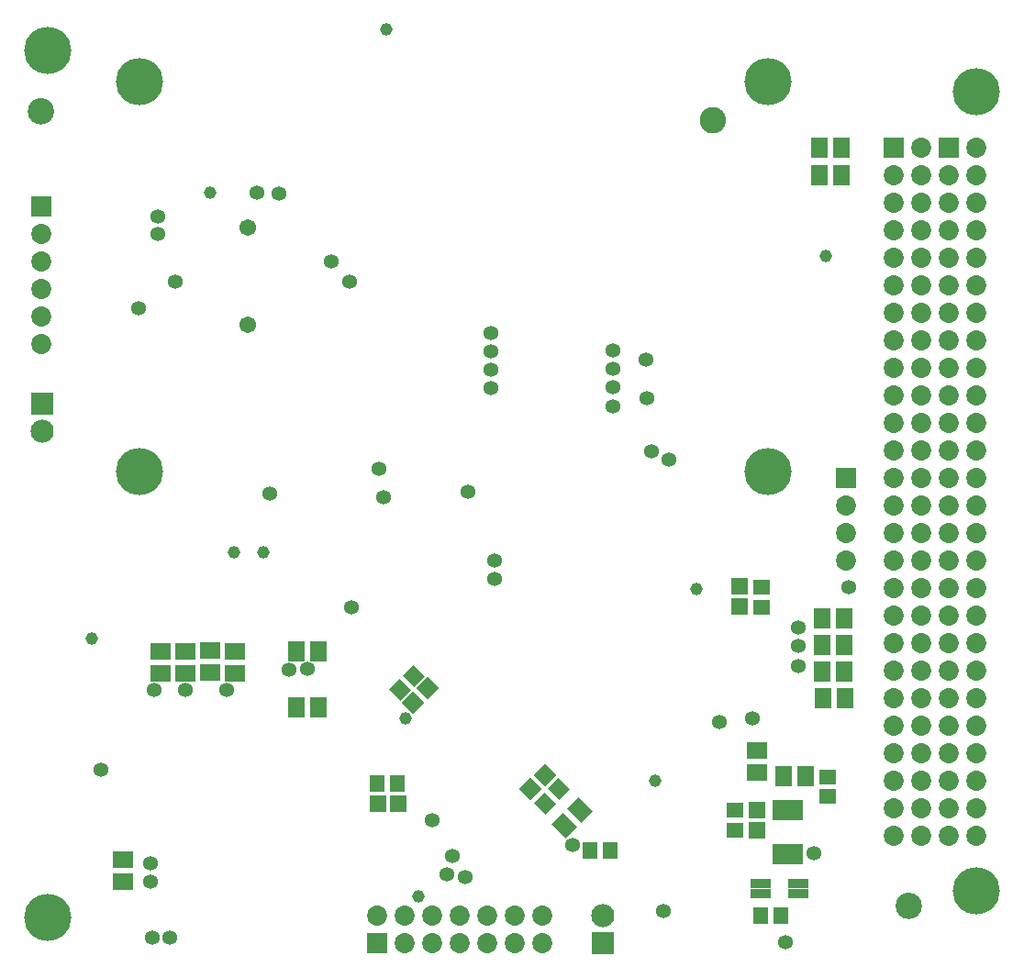
<source format=gbs>
G04*
G04 #@! TF.GenerationSoftware,Altium Limited,Altium Designer,18.1.7 (191)*
G04*
G04 Layer_Color=16711935*
%FSLAX44Y44*%
%MOMM*%
G71*
G01*
G75*
%ADD10C,0.2540*%
%ADD52R,1.8796X1.5556*%
%ADD53C,1.1684*%
%ADD55R,1.5556X1.8796*%
%ADD57R,1.5556X1.5556*%
%ADD58R,1.5556X1.4056*%
%ADD59R,1.4056X1.5556*%
%ADD75C,1.3556*%
%ADD76C,1.8556*%
%ADD77R,1.8556X1.8556*%
%ADD78C,2.1336*%
%ADD79R,2.1336X2.1336*%
%ADD80R,1.8556X1.8556*%
%ADD81C,1.5456*%
%ADD82C,4.3556*%
%ADD83C,1.1556*%
G04:AMPARAMS|DCode=107|XSize=1.5556mm|YSize=1.8796mm|CornerRadius=0mm|HoleSize=0mm|Usage=FLASHONLY|Rotation=225.000|XOffset=0mm|YOffset=0mm|HoleType=Round|Shape=Rectangle|*
%AMROTATEDRECTD107*
4,1,4,-0.1146,1.2145,1.2145,-0.1146,0.1146,-1.2145,-1.2145,0.1146,-0.1146,1.2145,0.0*
%
%ADD107ROTATEDRECTD107*%

G04:AMPARAMS|DCode=108|XSize=1.4056mm|YSize=1.5556mm|CornerRadius=0mm|HoleSize=0mm|Usage=FLASHONLY|Rotation=225.000|XOffset=0mm|YOffset=0mm|HoleType=Round|Shape=Rectangle|*
%AMROTATEDRECTD108*
4,1,4,-0.0530,1.0469,1.0469,-0.0530,0.0530,-1.0469,-1.0469,0.0530,-0.0530,1.0469,0.0*
%
%ADD108ROTATEDRECTD108*%

%ADD109P,2.2000X4X270.0*%
%ADD110R,1.5556X1.5556*%
%ADD111R,0.8056X1.8556*%
%ADD112R,1.8556X0.9256*%
G36*
X697124Y1620124D02*
X700172Y1612250D01*
X697124Y1604122D01*
X689250Y1601328D01*
X681884Y1604122D01*
X678328Y1612250D01*
X681376Y1620124D01*
X689250Y1623172D01*
X697124Y1620124D01*
D02*
G37*
G36*
X1497874Y871126D02*
X1490000Y868078D01*
X1481872Y871126D01*
X1479078Y879000D01*
X1481872Y886366D01*
X1490000Y889922D01*
X1497874Y886874D01*
X1500922Y879000D01*
X1497874Y871126D01*
D02*
G37*
G36*
X1317124Y1596126D02*
X1309250Y1593078D01*
X1301122Y1596126D01*
X1298328Y1604000D01*
X1301122Y1611366D01*
X1309250Y1614922D01*
X1317124Y1611874D01*
X1320172Y1604000D01*
X1317124Y1596126D01*
D02*
G37*
D10*
X1500925Y879000D02*
G03*
X1500925Y879000I-10925J0D01*
G01*
X700175Y1612250D02*
G03*
X700175Y1612250I-10925J0D01*
G01*
X1320175Y1604000D02*
G03*
X1320175Y1604000I-10925J0D01*
G01*
D52*
X764576Y921660D02*
D03*
Y901340D02*
D03*
X1350000Y1022160D02*
D03*
Y1001840D02*
D03*
X868000Y1093840D02*
D03*
Y1114160D02*
D03*
X845000Y1094042D02*
D03*
Y1114362D02*
D03*
X800000Y1114083D02*
D03*
Y1093763D02*
D03*
X822500Y1114083D02*
D03*
Y1093763D02*
D03*
D53*
X1490000Y879000D02*
D03*
X689250Y1612250D02*
D03*
X1309250Y1604000D02*
D03*
D55*
X1428160Y1578800D02*
D03*
X1407840D02*
D03*
X1428160Y1553400D02*
D03*
X1407840D02*
D03*
X1430160Y1144000D02*
D03*
X1409840D02*
D03*
X1430160Y1120000D02*
D03*
X1409840D02*
D03*
X1430160Y1095000D02*
D03*
X1409840D02*
D03*
X1431160Y1071000D02*
D03*
X1410840D02*
D03*
X1374653Y999000D02*
D03*
X1394973D02*
D03*
X924840Y1114160D02*
D03*
X945160D02*
D03*
X924840Y1062500D02*
D03*
X945160D02*
D03*
D57*
X1334250Y1174300D02*
D03*
Y1155700D02*
D03*
X1350000Y967300D02*
D03*
Y948700D02*
D03*
D58*
X1354250Y1154750D02*
D03*
Y1173250D02*
D03*
X1330000Y967250D02*
D03*
Y948750D02*
D03*
X1415000Y998250D02*
D03*
Y979750D02*
D03*
D59*
X1195750Y930500D02*
D03*
X1214250D02*
D03*
X1017750Y992000D02*
D03*
X999250D02*
D03*
X1372250Y870000D02*
D03*
X1353750D02*
D03*
D75*
X1376000Y845852D02*
D03*
X1050068Y958000D02*
D03*
X1069000Y925000D02*
D03*
X1063750Y908250D02*
D03*
X1080750Y905500D02*
D03*
X1179750Y935500D02*
D03*
X1263750Y874250D02*
D03*
X1402270Y927920D02*
D03*
X1388000Y1100500D02*
D03*
X1315500Y1049000D02*
D03*
X1346000Y1052000D02*
D03*
X1387923Y1118592D02*
D03*
Y1135500D02*
D03*
X1434809Y1173472D02*
D03*
X1252500Y1298500D02*
D03*
X1269000Y1291000D02*
D03*
X1248000Y1347500D02*
D03*
X1247750Y1383000D02*
D03*
X1216750Y1391500D02*
D03*
X1217000Y1374500D02*
D03*
Y1357500D02*
D03*
X1216750Y1340000D02*
D03*
X779250Y1430500D02*
D03*
X975500Y1154250D02*
D03*
X934750Y1097750D02*
D03*
X860500Y1078250D02*
D03*
X822500D02*
D03*
X794000D02*
D03*
X918000Y1097227D02*
D03*
X744230Y1004500D02*
D03*
X790000Y918500D02*
D03*
X790250Y901500D02*
D03*
X808500Y849750D02*
D03*
X791750Y850000D02*
D03*
X1107611Y1181058D02*
D03*
Y1198000D02*
D03*
X1104750Y1407704D02*
D03*
X1104500Y1390500D02*
D03*
X1104351Y1373350D02*
D03*
X1104500Y1357000D02*
D03*
X813500Y1455000D02*
D03*
X957250Y1473250D02*
D03*
X973750Y1455000D02*
D03*
X909000Y1536250D02*
D03*
X888250Y1536750D02*
D03*
X796750Y1515500D02*
D03*
Y1499150D02*
D03*
X1083250Y1261000D02*
D03*
X1005000Y1256175D02*
D03*
X1000750Y1282000D02*
D03*
X900250Y1259250D02*
D03*
D76*
X1432500Y1197800D02*
D03*
Y1223200D02*
D03*
Y1248600D02*
D03*
X690000Y1499150D02*
D03*
Y1473750D02*
D03*
Y1448350D02*
D03*
Y1422950D02*
D03*
Y1397550D02*
D03*
X1151800Y870000D02*
D03*
Y844600D02*
D03*
X1126400Y870000D02*
D03*
Y844600D02*
D03*
X1101000Y870000D02*
D03*
Y844600D02*
D03*
X1075600Y870000D02*
D03*
Y844600D02*
D03*
X1050200Y870000D02*
D03*
Y844600D02*
D03*
X1024800Y870000D02*
D03*
Y844600D02*
D03*
X999400Y870000D02*
D03*
X1476200Y1248600D02*
D03*
X1501600D02*
D03*
X1552400Y969200D02*
D03*
X1527000D02*
D03*
X1552400Y994600D02*
D03*
X1527000D02*
D03*
X1552400Y1020000D02*
D03*
X1527000D02*
D03*
X1552400Y1045400D02*
D03*
X1527000D02*
D03*
X1552400Y1070800D02*
D03*
X1527000D02*
D03*
X1552400Y1096200D02*
D03*
X1527000D02*
D03*
X1552400Y1121600D02*
D03*
X1527000D02*
D03*
X1552400Y1147000D02*
D03*
X1527000D02*
D03*
X1552400Y1172400D02*
D03*
X1527000D02*
D03*
X1552400Y1197800D02*
D03*
X1527000D02*
D03*
X1552400Y1223200D02*
D03*
X1527000D02*
D03*
X1552400Y1248600D02*
D03*
X1527000D02*
D03*
X1552400Y1274000D02*
D03*
X1527000D02*
D03*
X1552400Y1299400D02*
D03*
X1527000D02*
D03*
X1552400Y1324800D02*
D03*
X1527000D02*
D03*
X1552400Y1350200D02*
D03*
X1527000D02*
D03*
X1552400Y1375600D02*
D03*
X1527000Y1375350D02*
D03*
X1552400Y1401000D02*
D03*
X1527000D02*
D03*
X1552400Y1426400D02*
D03*
X1527000D02*
D03*
X1552400Y1451800D02*
D03*
X1526950D02*
D03*
X1552400Y1477200D02*
D03*
X1526950D02*
D03*
X1552400Y1502600D02*
D03*
X1527000D02*
D03*
X1552400Y1528000D02*
D03*
X1527000D02*
D03*
X1552400Y1553400D02*
D03*
X1527000D02*
D03*
X1552400Y1578800D02*
D03*
X1527000Y943800D02*
D03*
X1552400D02*
D03*
X1501600D02*
D03*
X1476200D02*
D03*
X1501600Y1578800D02*
D03*
X1476200Y1553400D02*
D03*
X1501600D02*
D03*
X1476200Y1528000D02*
D03*
X1501600D02*
D03*
X1476200Y1502600D02*
D03*
X1501600D02*
D03*
X1476200Y1477200D02*
D03*
X1501600D02*
D03*
X1476200Y1451800D02*
D03*
X1501600D02*
D03*
X1476200Y1426400D02*
D03*
X1501600D02*
D03*
X1476200Y1401000D02*
D03*
X1501600D02*
D03*
X1476200Y1375350D02*
D03*
X1501600Y1375600D02*
D03*
X1476200Y1350200D02*
D03*
X1501600D02*
D03*
X1476200Y1324800D02*
D03*
X1501600D02*
D03*
X1476200Y1299400D02*
D03*
X1501600D02*
D03*
X1476200Y1274000D02*
D03*
X1501600D02*
D03*
X1476200Y1223200D02*
D03*
X1501600D02*
D03*
X1476200Y1197800D02*
D03*
X1501600D02*
D03*
X1476200Y1172400D02*
D03*
X1501600D02*
D03*
X1476200Y1147000D02*
D03*
X1501600D02*
D03*
X1476200Y1121600D02*
D03*
X1501600D02*
D03*
X1476200Y1096200D02*
D03*
X1501600D02*
D03*
X1476200Y1070800D02*
D03*
X1501600D02*
D03*
X1476200Y1045400D02*
D03*
X1501600D02*
D03*
X1476200Y1020000D02*
D03*
X1501600D02*
D03*
X1476200Y994600D02*
D03*
X1501600D02*
D03*
X1476200Y969200D02*
D03*
X1501600D02*
D03*
D77*
X1432500Y1274000D02*
D03*
X690000Y1524550D02*
D03*
X1526950Y1578800D02*
D03*
X1476200D02*
D03*
D78*
X690316Y1317300D02*
D03*
X1207500Y869984D02*
D03*
D79*
X690316Y1342700D02*
D03*
X1207500Y844584D02*
D03*
D80*
X999400Y844600D02*
D03*
D81*
X880000Y1505000D02*
D03*
Y1415000D02*
D03*
D82*
X1360000Y1280000D02*
D03*
Y1640000D02*
D03*
X780000Y1280000D02*
D03*
Y1640000D02*
D03*
X695790Y1668380D02*
D03*
X1552448Y1629918D02*
D03*
X695790Y868130D02*
D03*
X1552540Y893130D02*
D03*
D83*
X894500Y1205500D02*
D03*
X1025368Y1052360D02*
D03*
X1294538Y1171500D02*
D03*
X736000Y1125500D02*
D03*
X867000Y1205500D02*
D03*
X845000Y1537500D02*
D03*
X1255750Y994250D02*
D03*
X1413750Y1479000D02*
D03*
X1007794Y1687500D02*
D03*
X1037750Y887750D02*
D03*
D107*
X1172566Y953066D02*
D03*
X1186934Y967434D02*
D03*
D108*
X1033472Y1091092D02*
D03*
X1020391Y1078011D02*
D03*
X1154267Y973459D02*
D03*
X1167348Y986541D02*
D03*
D109*
X1032674Y1066674D02*
D03*
X1045826Y1079826D02*
D03*
X1154384Y999576D02*
D03*
X1141232Y986424D02*
D03*
D110*
X1018550Y973500D02*
D03*
X999950D02*
D03*
D111*
X1368250Y926750D02*
D03*
X1374750D02*
D03*
X1387750D02*
D03*
X1381250D02*
D03*
X1387750Y967250D02*
D03*
X1381250D02*
D03*
X1374750D02*
D03*
X1368250D02*
D03*
D112*
X1388250Y899500D02*
D03*
Y890000D02*
D03*
X1353750Y899750D02*
D03*
Y890250D02*
D03*
M02*

</source>
